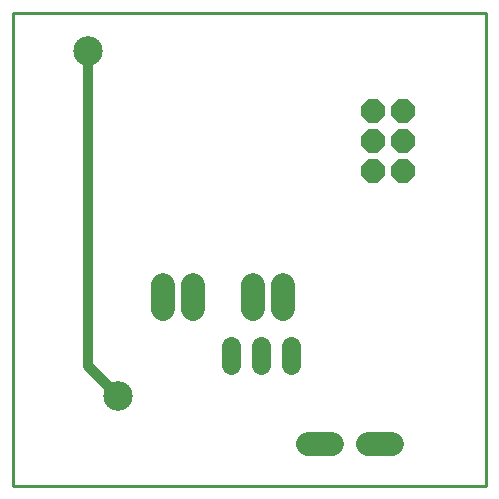
<source format=gbr>
G04 EAGLE Gerber RS-274X export*
G75*
%MOMM*%
%FSLAX34Y34*%
%LPD*%
%INBottom Copper*%
%IPPOS*%
%AMOC8*
5,1,8,0,0,1.08239X$1,22.5*%
G01*
G04 Define Apertures*
%ADD10P,2.1821X8X112.5*%
%ADD11C,2.016000*%
%ADD12C,1.600000*%
%ADD13C,2.500000*%
%ADD14C,0.812800*%
%ADD15C,0.254000*%
D10*
X304800Y266700D03*
X330200Y266700D03*
X304800Y292100D03*
X330200Y292100D03*
X304800Y317500D03*
X330200Y317500D03*
D11*
X203200Y170080D02*
X203200Y149920D01*
X228600Y149920D02*
X228600Y170080D01*
X127000Y170080D02*
X127000Y149920D01*
X152400Y149920D02*
X152400Y170080D01*
D12*
X235400Y118000D02*
X235400Y102000D01*
X210000Y102000D02*
X210000Y118000D01*
X184600Y118000D02*
X184600Y102000D01*
D11*
X249520Y35000D02*
X269680Y35000D01*
X300320Y35000D02*
X320480Y35000D01*
D13*
X88900Y76200D03*
X63500Y368300D03*
D14*
X63500Y101600D01*
X88900Y76200D01*
D15*
X0Y0D02*
X400000Y0D01*
X400000Y400000D01*
X0Y400000D01*
X0Y0D01*
M02*

</source>
